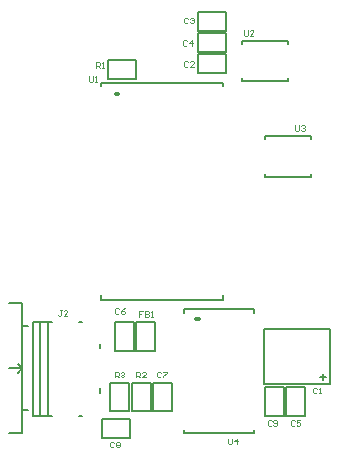
<source format=gto>
G04*
G04 #@! TF.GenerationSoftware,Altium Limited,Altium Designer,21.6.4 (81)*
G04*
G04 Layer_Color=65535*
%FSLAX25Y25*%
%MOIN*%
G70*
G04*
G04 #@! TF.SameCoordinates,35DD912C-F110-465F-AF13-46C66D0AF481*
G04*
G04*
G04 #@! TF.FilePolarity,Positive*
G04*
G01*
G75*
%ADD10C,0.01181*%
%ADD11C,0.00500*%
%ADD12C,0.00787*%
%ADD13C,0.00394*%
D10*
X29679Y135630D02*
X28982D01*
X29679D01*
X56549Y60453D02*
X55852D01*
X56549D01*
D11*
X74065Y150295D02*
D03*
X81643Y118405D02*
D03*
D12*
X3691Y28346D02*
Y59449D01*
X16683D02*
X17864D01*
X1329D02*
X7628D01*
X1329Y28346D02*
Y59449D01*
Y28346D02*
X7628D01*
X16683D02*
X17864D01*
X23770Y50787D02*
Y52362D01*
Y35827D02*
Y37402D01*
X6447Y28346D02*
Y59449D01*
X-2215Y22441D02*
Y65748D01*
X-6545Y22441D02*
X-2215D01*
X-6545Y65748D02*
X-2215D01*
Y58268D02*
X-246D01*
X-2215Y30315D02*
X-246D01*
X-6545Y44094D02*
X-2215D01*
X-3789Y45669D02*
X-2215Y44094D01*
X-3789Y42520D02*
X-2215Y44094D01*
X64567Y66929D02*
Y68504D01*
X24016Y66929D02*
X64567D01*
X24016D02*
Y68504D01*
Y138189D02*
Y139370D01*
X64567Y138189D02*
Y139370D01*
X24016D02*
X64567D01*
X70965Y139795D02*
X86465D01*
X70965Y153295D02*
X86465D01*
X70965Y152295D02*
Y153295D01*
X86465Y152295D02*
Y153295D01*
Y139795D02*
Y140795D01*
X70965Y139795D02*
Y140795D01*
X78543Y107905D02*
X94043D01*
X78543Y121405D02*
X94043D01*
X78543Y120405D02*
Y121405D01*
X94043Y120405D02*
Y121405D01*
Y107905D02*
Y108905D01*
X78543Y107905D02*
Y108905D01*
X51673Y22411D02*
X75098D01*
X75098Y22411D02*
Y23435D01*
X51673Y22411D02*
Y23435D01*
Y62579D02*
Y63760D01*
X75098Y62579D02*
Y63760D01*
X51673D02*
X75098D01*
X100295Y38976D02*
Y57087D01*
X78347D02*
X100295D01*
X78347Y38976D02*
X100295D01*
X78347D02*
Y57087D01*
X97933Y40354D02*
Y42323D01*
Y41339D02*
X98917D01*
X96949D02*
X97933D01*
X42126Y50000D02*
Y59449D01*
X35827D02*
X42126D01*
X35827Y50000D02*
Y59449D01*
Y50000D02*
X42126D01*
X26378Y140551D02*
X35827D01*
Y146850D01*
X26378D02*
X35827D01*
X26378Y140551D02*
Y146850D01*
X34252Y29921D02*
Y39370D01*
Y29921D02*
X40551D01*
Y39370D01*
X34252D02*
X40551D01*
X27165Y29921D02*
Y39370D01*
Y29921D02*
X33465D01*
Y39370D01*
X27165D02*
X33465D01*
X56299Y142520D02*
X65748D01*
Y148819D01*
X56299D02*
X65748D01*
X56299Y142520D02*
Y148819D01*
X56299Y156693D02*
X65748D01*
Y162992D01*
X56299D02*
X65748D01*
X56299Y156693D02*
Y162992D01*
Y149606D02*
X65748D01*
Y155905D01*
X56299D02*
X65748D01*
X56299Y149606D02*
Y155905D01*
X85728Y28346D02*
Y37795D01*
Y28346D02*
X92028D01*
Y37795D01*
X85728D02*
X92028D01*
X28740Y50000D02*
Y59449D01*
Y50000D02*
X35039D01*
Y59449D01*
X28740D02*
X35039D01*
X41339Y29921D02*
Y39370D01*
Y29921D02*
X47638D01*
Y39370D01*
X41339D02*
X47638D01*
X24409Y20866D02*
X33858D01*
Y27165D01*
X24409D02*
X33858D01*
X24409Y20866D02*
Y27165D01*
X78642Y28346D02*
Y37795D01*
Y28346D02*
X84941D01*
Y37795D01*
X78642D02*
X84941D01*
D13*
X66470Y20689D02*
Y19049D01*
X66798Y18721D01*
X67454D01*
X67782Y19049D01*
Y20689D01*
X69422Y18721D02*
Y20689D01*
X68438Y19705D01*
X69750D01*
X88714Y125295D02*
Y123655D01*
X89042Y123327D01*
X89698D01*
X90026Y123655D01*
Y125295D01*
X90682Y124967D02*
X91010Y125295D01*
X91666D01*
X91994Y124967D01*
Y124639D01*
X91666Y124311D01*
X91338D01*
X91666D01*
X91994Y123983D01*
Y123655D01*
X91666Y123327D01*
X91010D01*
X90682Y123655D01*
X71588Y156889D02*
Y155250D01*
X71916Y154922D01*
X72572D01*
X72900Y155250D01*
Y156889D01*
X74868Y154922D02*
X73556D01*
X74868Y156234D01*
Y156562D01*
X74540Y156889D01*
X73884D01*
X73556Y156562D01*
X20046Y141535D02*
Y139895D01*
X20374Y139567D01*
X21030D01*
X21358Y139895D01*
Y141535D01*
X22014Y139567D02*
X22670D01*
X22342D01*
Y141535D01*
X22014Y141207D01*
X28577Y41044D02*
Y43012D01*
X29561D01*
X29889Y42684D01*
Y42028D01*
X29561Y41700D01*
X28577D01*
X29233D02*
X29889Y41044D01*
X30544Y42684D02*
X30872Y43012D01*
X31528D01*
X31856Y42684D01*
Y42355D01*
X31528Y42028D01*
X31201D01*
X31528D01*
X31856Y41700D01*
Y41372D01*
X31528Y41044D01*
X30872D01*
X30544Y41372D01*
X35762Y41044D02*
Y43012D01*
X36746D01*
X37074Y42684D01*
Y42028D01*
X36746Y41700D01*
X35762D01*
X36418D02*
X37074Y41044D01*
X39042D02*
X37730D01*
X39042Y42355D01*
Y42684D01*
X38713Y43012D01*
X38058D01*
X37730Y42684D01*
X22409Y144095D02*
Y146063D01*
X23392D01*
X23720Y145735D01*
Y145079D01*
X23392Y144751D01*
X22409D01*
X23065D02*
X23720Y144095D01*
X24376D02*
X25032D01*
X24704D01*
Y146063D01*
X24376Y145735D01*
X10892Y63484D02*
X10237D01*
X10565D01*
Y61844D01*
X10237Y61516D01*
X9909D01*
X9581Y61844D01*
X12860Y61516D02*
X11548D01*
X12860Y62828D01*
Y63156D01*
X12532Y63484D01*
X11876D01*
X11548Y63156D01*
X37993Y63189D02*
X36680D01*
Y62205D01*
X37337D01*
X36680D01*
Y61221D01*
X38648Y63189D02*
Y61221D01*
X39632D01*
X39960Y61549D01*
Y61877D01*
X39632Y62205D01*
X38648D01*
X39632D01*
X39960Y62533D01*
Y62861D01*
X39632Y63189D01*
X38648D01*
X40616Y61221D02*
X41272D01*
X40944D01*
Y63189D01*
X40616Y62861D01*
X80873Y26443D02*
X80545Y26771D01*
X79889D01*
X79561Y26443D01*
Y25131D01*
X79889Y24803D01*
X80545D01*
X80873Y25131D01*
X81529D02*
X81857Y24803D01*
X82513D01*
X82841Y25131D01*
Y26443D01*
X82513Y26771D01*
X81857D01*
X81529Y26443D01*
Y26115D01*
X81857Y25787D01*
X82841D01*
X28511Y19357D02*
X28183Y19685D01*
X27527D01*
X27199Y19357D01*
Y18045D01*
X27527Y17717D01*
X28183D01*
X28511Y18045D01*
X29167Y19357D02*
X29495Y19685D01*
X30150D01*
X30479Y19357D01*
Y19029D01*
X30150Y18701D01*
X30479Y18373D01*
Y18045D01*
X30150Y17717D01*
X29495D01*
X29167Y18045D01*
Y18373D01*
X29495Y18701D01*
X29167Y19029D01*
Y19357D01*
X29495Y18701D02*
X30150D01*
X44062Y42684D02*
X43734Y43012D01*
X43078D01*
X42750Y42684D01*
Y41372D01*
X43078Y41044D01*
X43734D01*
X44062Y41372D01*
X44718Y43012D02*
X46030D01*
Y42684D01*
X44718Y41372D01*
Y41044D01*
X30050Y63904D02*
X29722Y64232D01*
X29066D01*
X28738Y63904D01*
Y62592D01*
X29066Y62264D01*
X29722D01*
X30050Y62592D01*
X32018Y64232D02*
X31362Y63904D01*
X30706Y63248D01*
Y62592D01*
X31034Y62264D01*
X31690D01*
X32018Y62592D01*
Y62920D01*
X31690Y63248D01*
X30706D01*
X88550Y26640D02*
X88222Y26968D01*
X87566D01*
X87238Y26640D01*
Y25328D01*
X87566Y25000D01*
X88222D01*
X88550Y25328D01*
X90518Y26968D02*
X89206D01*
Y25984D01*
X89862Y26312D01*
X90190D01*
X90518Y25984D01*
Y25328D01*
X90190Y25000D01*
X89534D01*
X89206Y25328D01*
X52822Y153215D02*
X52494Y153543D01*
X51838D01*
X51510Y153215D01*
Y151903D01*
X51838Y151575D01*
X52494D01*
X52822Y151903D01*
X54461Y151575D02*
Y153543D01*
X53478Y152559D01*
X54790D01*
X52920Y160695D02*
X52592Y161023D01*
X51936D01*
X51608Y160695D01*
Y159383D01*
X51936Y159055D01*
X52592D01*
X52920Y159383D01*
X53576Y160695D02*
X53904Y161023D01*
X54560D01*
X54888Y160695D01*
Y160367D01*
X54560Y160039D01*
X54232D01*
X54560D01*
X54888Y159711D01*
Y159383D01*
X54560Y159055D01*
X53904D01*
X53576Y159383D01*
X53018Y146128D02*
X52691Y146456D01*
X52035D01*
X51707Y146128D01*
Y144817D01*
X52035Y144489D01*
X52691D01*
X53018Y144817D01*
X54986Y144489D02*
X53674D01*
X54986Y145800D01*
Y146128D01*
X54658Y146456D01*
X54002D01*
X53674Y146128D01*
X95965Y37369D02*
X95637Y37696D01*
X94981D01*
X94653Y37369D01*
Y36057D01*
X94981Y35729D01*
X95637D01*
X95965Y36057D01*
X96621Y35729D02*
X97277D01*
X96948D01*
Y37696D01*
X96621Y37369D01*
M02*

</source>
